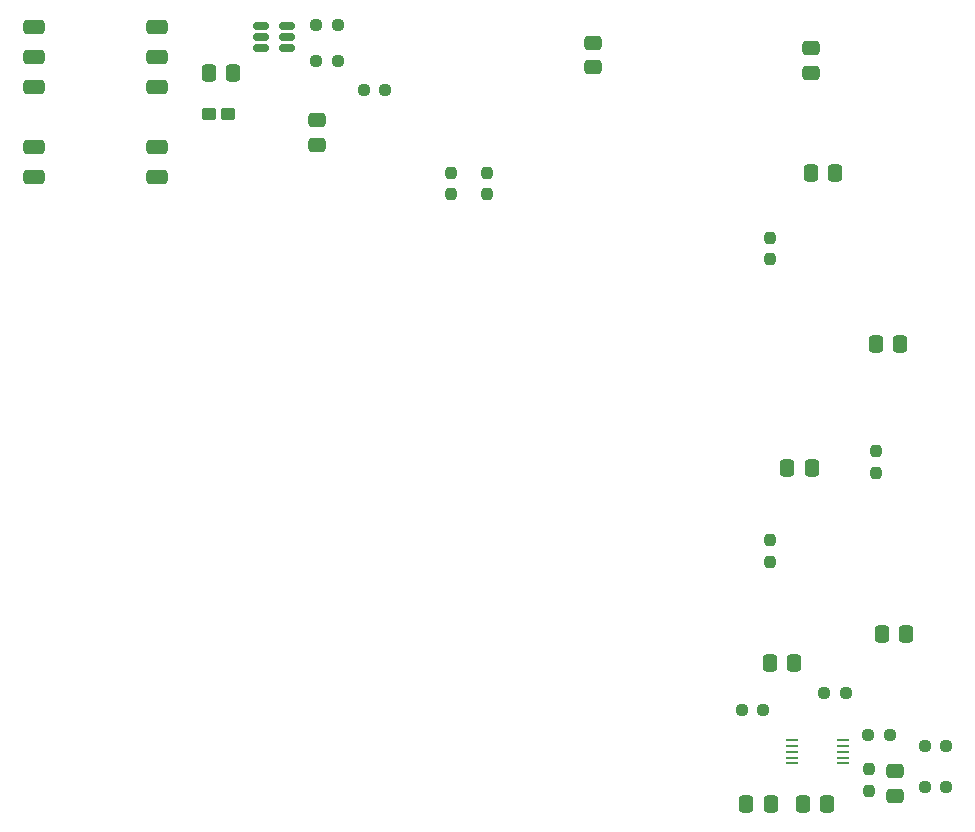
<source format=gbr>
%TF.GenerationSoftware,KiCad,Pcbnew,8.0.8*%
%TF.CreationDate,2025-04-18T15:33:52+05:30*%
%TF.ProjectId,bandara_ckt_pcb_naveen,62616e64-6172-4615-9f63-6b745f706362,v1*%
%TF.SameCoordinates,Original*%
%TF.FileFunction,Paste,Top*%
%TF.FilePolarity,Positive*%
%FSLAX46Y46*%
G04 Gerber Fmt 4.6, Leading zero omitted, Abs format (unit mm)*
G04 Created by KiCad (PCBNEW 8.0.8) date 2025-04-18 15:33:52*
%MOMM*%
%LPD*%
G01*
G04 APERTURE LIST*
G04 Aperture macros list*
%AMRoundRect*
0 Rectangle with rounded corners*
0 $1 Rounding radius*
0 $2 $3 $4 $5 $6 $7 $8 $9 X,Y pos of 4 corners*
0 Add a 4 corners polygon primitive as box body*
4,1,4,$2,$3,$4,$5,$6,$7,$8,$9,$2,$3,0*
0 Add four circle primitives for the rounded corners*
1,1,$1+$1,$2,$3*
1,1,$1+$1,$4,$5*
1,1,$1+$1,$6,$7*
1,1,$1+$1,$8,$9*
0 Add four rect primitives between the rounded corners*
20,1,$1+$1,$2,$3,$4,$5,0*
20,1,$1+$1,$4,$5,$6,$7,0*
20,1,$1+$1,$6,$7,$8,$9,0*
20,1,$1+$1,$8,$9,$2,$3,0*%
G04 Aperture macros list end*
%ADD10RoundRect,0.300000X0.600000X0.300000X-0.600000X0.300000X-0.600000X-0.300000X0.600000X-0.300000X0*%
%ADD11R,1.100000X0.250000*%
%ADD12RoundRect,0.150000X-0.512500X-0.150000X0.512500X-0.150000X0.512500X0.150000X-0.512500X0.150000X0*%
%ADD13RoundRect,0.237500X-0.250000X-0.237500X0.250000X-0.237500X0.250000X0.237500X-0.250000X0.237500X0*%
%ADD14RoundRect,0.237500X-0.237500X0.250000X-0.237500X-0.250000X0.237500X-0.250000X0.237500X0.250000X0*%
%ADD15RoundRect,0.237500X0.237500X-0.250000X0.237500X0.250000X-0.237500X0.250000X-0.237500X-0.250000X0*%
%ADD16RoundRect,0.237500X0.250000X0.237500X-0.250000X0.237500X-0.250000X-0.237500X0.250000X-0.237500X0*%
%ADD17RoundRect,0.250000X0.337500X0.475000X-0.337500X0.475000X-0.337500X-0.475000X0.337500X-0.475000X0*%
%ADD18RoundRect,0.250000X-0.337500X-0.475000X0.337500X-0.475000X0.337500X0.475000X-0.337500X0.475000X0*%
%ADD19RoundRect,0.250000X-0.475000X0.337500X-0.475000X-0.337500X0.475000X-0.337500X0.475000X0.337500X0*%
%ADD20RoundRect,0.250000X0.475000X-0.337500X0.475000X0.337500X-0.475000X0.337500X-0.475000X-0.337500X0*%
%ADD21RoundRect,0.250000X-0.375000X-0.275000X0.375000X-0.275000X0.375000X0.275000X-0.375000X0.275000X0*%
G04 APERTURE END LIST*
D10*
%TO.C,U4*%
X69062000Y-57620000D03*
X69062000Y-60160000D03*
X69062000Y-62700000D03*
X69062000Y-67772000D03*
X69062000Y-70312000D03*
X58666000Y-70312000D03*
X58666000Y-67772000D03*
X58666000Y-62700000D03*
X58666000Y-60160000D03*
X58666000Y-57620000D03*
%TD*%
D11*
%TO.C,U2*%
X122850000Y-118000000D03*
X122850000Y-118500000D03*
X122850000Y-119000000D03*
X122850000Y-119500000D03*
X122850000Y-120000000D03*
X127150000Y-120000000D03*
X127150000Y-119500000D03*
X127150000Y-119000000D03*
X127150000Y-118500000D03*
X127150000Y-118000000D03*
%TD*%
D12*
%TO.C,U1*%
X77862500Y-57550000D03*
X77862500Y-58500000D03*
X77862500Y-59450000D03*
X80137500Y-59450000D03*
X80137500Y-58500000D03*
X80137500Y-57550000D03*
%TD*%
D13*
%TO.C,R14*%
X127412500Y-114000000D03*
X125587500Y-114000000D03*
%TD*%
%TO.C,R13*%
X135912500Y-122000000D03*
X134087500Y-122000000D03*
%TD*%
D14*
%TO.C,R12*%
X121000000Y-102912500D03*
X121000000Y-101087500D03*
%TD*%
D13*
%TO.C,R11*%
X135912500Y-118500000D03*
X134087500Y-118500000D03*
%TD*%
D14*
%TO.C,R10*%
X130000000Y-95412500D03*
X130000000Y-93587500D03*
%TD*%
D13*
%TO.C,R9*%
X120412500Y-115500000D03*
X118587500Y-115500000D03*
%TD*%
D14*
%TO.C,R8*%
X121000000Y-77325000D03*
X121000000Y-75500000D03*
%TD*%
D15*
%TO.C,R7*%
X97000000Y-70000000D03*
X97000000Y-71825000D03*
%TD*%
%TO.C,R6*%
X94000000Y-70000000D03*
X94000000Y-71825000D03*
%TD*%
D16*
%TO.C,R5*%
X86587500Y-63000000D03*
X88412500Y-63000000D03*
%TD*%
%TO.C,R4*%
X82587500Y-60500000D03*
X84412500Y-60500000D03*
%TD*%
D13*
%TO.C,R3*%
X131112500Y-117600000D03*
X129287500Y-117600000D03*
%TD*%
D16*
%TO.C,R2*%
X82587500Y-57500000D03*
X84412500Y-57500000D03*
%TD*%
D14*
%TO.C,R1*%
X129400000Y-122312500D03*
X129400000Y-120487500D03*
%TD*%
D17*
%TO.C,C14*%
X130462500Y-109000000D03*
X132537500Y-109000000D03*
%TD*%
D18*
%TO.C,C13*%
X124537500Y-95000000D03*
X122462500Y-95000000D03*
%TD*%
%TO.C,C12*%
X123037500Y-111500000D03*
X120962500Y-111500000D03*
%TD*%
%TO.C,C11*%
X129962500Y-84500000D03*
X132037500Y-84500000D03*
%TD*%
D17*
%TO.C,C10*%
X124462500Y-70000000D03*
X126537500Y-70000000D03*
%TD*%
D19*
%TO.C,C9*%
X124500000Y-61537500D03*
X124500000Y-59462500D03*
%TD*%
D20*
%TO.C,C7*%
X106000000Y-61037500D03*
X106000000Y-58962500D03*
%TD*%
%TO.C,C6*%
X82600000Y-65562500D03*
X82600000Y-67637500D03*
%TD*%
D18*
%TO.C,C5*%
X121037500Y-123400000D03*
X118962500Y-123400000D03*
%TD*%
%TO.C,C4*%
X125837500Y-123400000D03*
X123762500Y-123400000D03*
%TD*%
%TO.C,C3*%
X75537500Y-61500000D03*
X73462500Y-61500000D03*
%TD*%
D21*
%TO.C,C2*%
X75100000Y-65000000D03*
X73500000Y-65000000D03*
%TD*%
D20*
%TO.C,C1*%
X131600000Y-120650000D03*
X131600000Y-122725000D03*
%TD*%
M02*

</source>
